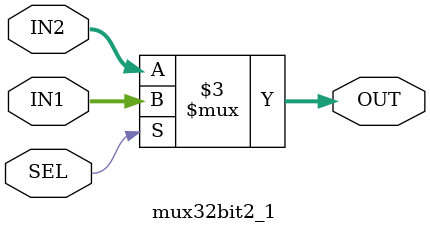
<source format=v>
`include "ALU_group11.v" 
`include "REG_group11.v"


module cpu_tb;

    reg CLK, RESET;
    wire [31:0] PC;
    wire [31:0] INSTRUCTION;

    

    /*
    ------------------------
     SIMPLE INSTRUCTION MEM
    ------------------------
    */

    //Initialize an array of registers (8x1024) named 'instr_mem' to be used as instruction memory
    reg [7:0] instr_mem[1023:0] ;

    assign #2 INSTRUCTION = {instr_mem[PC+3], instr_mem[PC+2], instr_mem[PC+1], instr_mem[PC]};
    
   
    initial
    begin
        // Initialize instruction memory with the set of instructions you need execute on CPU
        
        // METHOD 1: manually loading instructions to instr_mem
        //{instr_mem[10'd3], instr_mem[10'd2], instr_mem[10'd1], instr_mem[10'd0]} = 32'b00000000000001000000000000000101;
        //{instr_mem[10'd7], instr_mem[10'd6], instr_mem[10'd5], instr_mem[10'd4]} = 32'b00000000000000100000000000001001;
        //{instr_mem[10'd11], instr_mem[10'd10], instr_mem[10'd9], instr_mem[10'd8]} = 32'b00000010000001100000010000000010;

        // METHOD 2: loading instr_mem content from instr_mem.mem file
        $readmemb("instr_mem.mem", instr_mem);

        
    end
    
    
    /* 
    -----
     CPU
    -----
    */
    cpu mycpu(PC, INSTRUCTION, CLK, RESET);

    initial
    begin
    
        // generate files needed to plot the waveform using GTKWave
        $dumpfile("cpu_wavedata.vcd");
		$dumpvars(0, cpu_tb);
        
        CLK = 1'b1;
        RESET = 1'b1;   //Reset the CPU to start the program execution
        #1
        RESET = 1'b0;   //Set reset to zero to continue 

        
        // finish simulation after some time
        #500
        $finish;
        
    end
    
    // clock signal generation
    always
        #4 CLK = ~CLK;
        
endmodule


//CPU module
module cpu(PC, INSTRUCTION, CLK, RESET);

    input CLK, RESET;
    input [31:0] INSTRUCTION;   //32 bit instruction
    output reg [31:0] PC;       //32 bit programe counter

    //registers for reg_file module
    wire [2:0] WRITEREG, READREG1, READREG2;
    wire WRITEENABLE; 
    wire [7:0] REGOUT1, REGOUT2;
    wire [7:0] regout2;

    //registers for ALU module
    wire [2:0] ALUOP;                
    wire signed[7:0] OPERAND1,OPERAND2;    
    wire signed [7:0] ALURESULT;

    wire [31:0] temp_update1,temp_update2,PC_new,extended_offset;
    wire ZERO,offset_select;
    wire [7:0]OPCODE;
    wire [7:0] forleftIMMEDIATE,IMMEDIATE;
    wire [7:0] twoscomplement,offset;
    wire suboraddSelect,immediateSelect,branch,jump,leftshift; //enable variables for muxes

    //twos compliment for sub
    assign #1 twoscomplement= ~REGOUT2 +1;

    //instruction fetching 
    assign    WRITEREG=   INSTRUCTION[18:16];
    assign    READREG1=   INSTRUCTION[10:8];
    assign    READREG2=   INSTRUCTION[2:0]; 
    assign    OPCODE  =   INSTRUCTION[31:24];

    assign forleftIMMEDIATE ={1'b1,INSTRUCTION[6:0]};

    //find the offset corosponding to the jump and branch vlues
    assign offset = INSTRUCTION[23:16];
    assign extended_offset = { {22{offset[7]}}, offset, 2'b00};

    //enable offset signal for branch equal,branch not equal or jump
    wire temp1,temp2,temp3;
    and an1(temp1,~branch,jump);
    and an2(temp2,jump,~ZERO,branch);
    and an3(temp3,branch,~jump,ZERO);
    or o(offset_select,temp1,temp2,temp3);

    //Control unit-decording
    control_unit unit(branch, jump, ALUOP, suboraddSelect, immediateSelect,leftshift,WRITEENABLE, OPCODE);

    //temporary PC updates
    assign #1 temp_update1 =  PC + 4;
    assign #2 temp_update2 =  PC + 4 + extended_offset;


    //MUX to update the PC_New value
    mux32bit2_1 pc_update(temp_update2,temp_update1,offset_select,PC_new);
    //MUX for choose 2scomplement value and regout2 according to the OPCODE
    mux8bit2_1 suboradd(twoscomplement,REGOUT2,suboraddSelect,regout2);
    //MUX for choose immediate value and regout2 according to the OPCODE
    mux8bit2_1 leftorright(forleftIMMEDIATE,INSTRUCTION[7:0],leftshift,IMMEDIATE);
    mux8bit2_1 immediate(IMMEDIATE,regout2,immediateSelect,OPERAND2);
    
    //call the reg_file and ALU modules
    reg_file r1(ALURESULT,REGOUT1,REGOUT2,WRITEREG,READREG1,READREG2, WRITEENABLE, CLK, RESET);
    alu a1(OPERAND1, OPERAND2, ALURESULT, ALUOP,ZERO) ;

    //when REGOUT1 changes OPERAND1 changes according to that
    assign OPERAND1=REGOUT1;

    //at positive edge of the clock PC updating or reseting
    always @ (posedge CLK) begin
        if(RESET==1'b1) begin
           #1 PC =  32'd0;
        end else begin
           #1 PC=  PC_new;

        end
    end

    

endmodule

module control_unit (branch, jump, ALUOP, suboraddSelect, immediateSelect,leftshift, WRITEENABLE, OPCODE);
    // port declaration
    input [7:0] OPCODE;
    output reg suboraddSelect, immediateSelect, WRITEENABLE, branch, jump,leftshift;
    output reg [2:0] ALUOP;

    always @ (OPCODE) begin
        case (OPCODE)
            8'd0: {branch, jump, ALUOP, suboraddSelect, immediateSelect, WRITEENABLE,leftshift} <= #1 9'b0_0_000_0_1_1_0;    // loadi
            8'd1: {branch, jump, ALUOP, suboraddSelect, immediateSelect, WRITEENABLE} <= #1 8'b0_0_000_0_0_1;    // mov
            8'd2: {branch, jump, ALUOP, suboraddSelect, immediateSelect, WRITEENABLE} <= #1 8'b0_0_001_0_0_1;    // add
            8'd3: {branch, jump, ALUOP, suboraddSelect, immediateSelect, WRITEENABLE} <= #1 8'b0_0_001_1_0_1;    // sub
            8'd4: {branch, jump, ALUOP, suboraddSelect, immediateSelect, WRITEENABLE} <= #1 8'b0_0_010_0_0_1;    // and
            8'd5: {branch, jump, ALUOP, suboraddSelect, immediateSelect, WRITEENABLE} <= #1 8'b0_0_011_0_0_1;    // or
            8'd6: {branch, jump, ALUOP, suboraddSelect, immediateSelect, WRITEENABLE} <= #1 8'b0_1_000_0_0_0;    // jump 
            8'd7: {branch, jump, ALUOP, suboraddSelect, immediateSelect, WRITEENABLE} <= #1 8'b1_0_001_1_0_0;    // branch equal (do sub)
            8'd8: {branch, jump, ALUOP, suboraddSelect, immediateSelect, WRITEENABLE} <= #1 8'b1_1_001_1_0_0;    // branch not equal(do sub)
            8'd9: {branch, jump, ALUOP, suboraddSelect, immediateSelect, WRITEENABLE} <= #1 8'b0_0_100_0_0_1;    // multiply
            8'd10:{branch, jump, ALUOP, suboraddSelect, immediateSelect, WRITEENABLE,leftshift} <= #1 9'b0_0_101_0_1_1_0;    //lsr
            8'd11:{branch, jump, ALUOP, suboraddSelect, immediateSelect, WRITEENABLE,leftshift} <= #1 9'b0_0_101_0_1_1_1;    //lsl
            8'd12:{branch, jump, ALUOP, suboraddSelect, immediateSelect, WRITEENABLE,leftshift} <= #1 9'b0_0_110_0_1_1_0;    //asr
            8'd13:{branch, jump, ALUOP, suboraddSelect, immediateSelect, WRITEENABLE,leftshift} <= #1 9'b0_0_111_0_1_1_0;    //ror
        endcase
    end

endmodule


module mux8bit2_1(IN1,IN2,SEL,OUT);
    input [7:0]IN1,IN2;
    input SEL;
    output reg [7:0] OUT;

    always @(IN1,IN2,SEL) begin
        if(SEL)begin
            OUT=IN1;
        end else begin
            OUT=IN2;
        end

    end

endmodule

module mux32bit2_1(IN1,IN2,SEL,OUT);
    input [31:0]IN1,IN2;
    input SEL;
    output reg [31:0] OUT;

    always @(IN1,IN2,SEL) begin
        if(SEL)begin
            OUT=IN1;
        end else begin
            OUT=IN2;
        end
    end
endmodule


</source>
